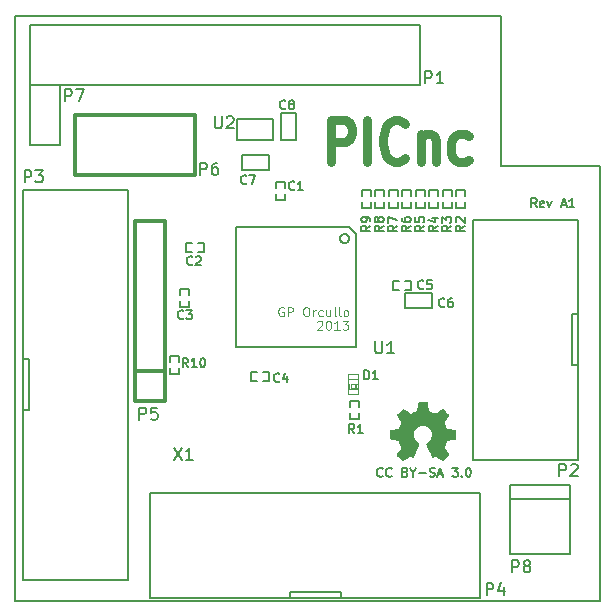
<source format=gto>
G04 (created by PCBNEW-RS274X (2012-apr-16-27)-stable) date Saturday 02,March,2013 04:06:52 PM SGT*
G01*
G70*
G90*
%MOIN*%
G04 Gerber Fmt 3.4, Leading zero omitted, Abs format*
%FSLAX34Y34*%
G04 APERTURE LIST*
%ADD10C,0.006000*%
%ADD11C,0.005000*%
%ADD12C,0.003000*%
%ADD13C,0.030000*%
%ADD14C,0.008000*%
%ADD15C,0.000100*%
%ADD16C,0.012000*%
%ADD17C,0.002600*%
%ADD18C,0.004000*%
G04 APERTURE END LIST*
G54D10*
G54D11*
X69550Y-46800D02*
X50050Y-46800D01*
X69550Y-32300D02*
X69550Y-46800D01*
X66250Y-32300D02*
X69550Y-32300D01*
X66250Y-27300D02*
X66250Y-32300D01*
X50050Y-27300D02*
X66250Y-27300D01*
X50050Y-46800D02*
X50050Y-27300D01*
X67424Y-33691D02*
X67324Y-33549D01*
X67252Y-33691D02*
X67252Y-33391D01*
X67367Y-33391D01*
X67395Y-33406D01*
X67410Y-33420D01*
X67424Y-33449D01*
X67424Y-33491D01*
X67410Y-33520D01*
X67395Y-33534D01*
X67367Y-33549D01*
X67252Y-33549D01*
X67667Y-33677D02*
X67638Y-33691D01*
X67581Y-33691D01*
X67552Y-33677D01*
X67538Y-33649D01*
X67538Y-33534D01*
X67552Y-33506D01*
X67581Y-33491D01*
X67638Y-33491D01*
X67667Y-33506D01*
X67681Y-33534D01*
X67681Y-33563D01*
X67538Y-33591D01*
X67781Y-33491D02*
X67852Y-33691D01*
X67924Y-33491D01*
X68253Y-33606D02*
X68396Y-33606D01*
X68225Y-33691D02*
X68325Y-33391D01*
X68425Y-33691D01*
X68682Y-33691D02*
X68510Y-33691D01*
X68596Y-33691D02*
X68596Y-33391D01*
X68567Y-33434D01*
X68539Y-33463D01*
X68510Y-33477D01*
G54D12*
X58987Y-37036D02*
X58958Y-37021D01*
X58915Y-37021D01*
X58872Y-37036D01*
X58844Y-37064D01*
X58829Y-37093D01*
X58815Y-37150D01*
X58815Y-37193D01*
X58829Y-37250D01*
X58844Y-37279D01*
X58872Y-37307D01*
X58915Y-37321D01*
X58944Y-37321D01*
X58987Y-37307D01*
X59001Y-37293D01*
X59001Y-37193D01*
X58944Y-37193D01*
X59129Y-37321D02*
X59129Y-37021D01*
X59244Y-37021D01*
X59272Y-37036D01*
X59287Y-37050D01*
X59301Y-37079D01*
X59301Y-37121D01*
X59287Y-37150D01*
X59272Y-37164D01*
X59244Y-37179D01*
X59129Y-37179D01*
X59716Y-37021D02*
X59773Y-37021D01*
X59801Y-37036D01*
X59830Y-37064D01*
X59844Y-37121D01*
X59844Y-37221D01*
X59830Y-37279D01*
X59801Y-37307D01*
X59773Y-37321D01*
X59716Y-37321D01*
X59687Y-37307D01*
X59658Y-37279D01*
X59644Y-37221D01*
X59644Y-37121D01*
X59658Y-37064D01*
X59687Y-37036D01*
X59716Y-37021D01*
X59972Y-37321D02*
X59972Y-37121D01*
X59972Y-37179D02*
X59987Y-37150D01*
X60001Y-37136D01*
X60030Y-37121D01*
X60058Y-37121D01*
X60287Y-37307D02*
X60258Y-37321D01*
X60201Y-37321D01*
X60173Y-37307D01*
X60158Y-37293D01*
X60144Y-37264D01*
X60144Y-37179D01*
X60158Y-37150D01*
X60173Y-37136D01*
X60201Y-37121D01*
X60258Y-37121D01*
X60287Y-37136D01*
X60544Y-37121D02*
X60544Y-37321D01*
X60415Y-37121D02*
X60415Y-37279D01*
X60430Y-37307D01*
X60458Y-37321D01*
X60501Y-37321D01*
X60530Y-37307D01*
X60544Y-37293D01*
X60729Y-37321D02*
X60701Y-37307D01*
X60686Y-37279D01*
X60686Y-37021D01*
X60886Y-37321D02*
X60858Y-37307D01*
X60843Y-37279D01*
X60843Y-37021D01*
X61043Y-37321D02*
X61015Y-37307D01*
X61000Y-37293D01*
X60986Y-37264D01*
X60986Y-37179D01*
X61000Y-37150D01*
X61015Y-37136D01*
X61043Y-37121D01*
X61086Y-37121D01*
X61115Y-37136D01*
X61129Y-37150D01*
X61143Y-37179D01*
X61143Y-37264D01*
X61129Y-37293D01*
X61115Y-37307D01*
X61086Y-37321D01*
X61043Y-37321D01*
X60113Y-37500D02*
X60127Y-37486D01*
X60156Y-37471D01*
X60227Y-37471D01*
X60256Y-37486D01*
X60270Y-37500D01*
X60285Y-37529D01*
X60285Y-37557D01*
X60270Y-37600D01*
X60099Y-37771D01*
X60285Y-37771D01*
X60471Y-37471D02*
X60499Y-37471D01*
X60528Y-37486D01*
X60542Y-37500D01*
X60556Y-37529D01*
X60571Y-37586D01*
X60571Y-37657D01*
X60556Y-37714D01*
X60542Y-37743D01*
X60528Y-37757D01*
X60499Y-37771D01*
X60471Y-37771D01*
X60442Y-37757D01*
X60428Y-37743D01*
X60413Y-37714D01*
X60399Y-37657D01*
X60399Y-37586D01*
X60413Y-37529D01*
X60428Y-37500D01*
X60442Y-37486D01*
X60471Y-37471D01*
X60857Y-37771D02*
X60685Y-37771D01*
X60771Y-37771D02*
X60771Y-37471D01*
X60742Y-37514D01*
X60714Y-37543D01*
X60685Y-37557D01*
X60957Y-37471D02*
X61143Y-37471D01*
X61043Y-37586D01*
X61085Y-37586D01*
X61114Y-37600D01*
X61128Y-37614D01*
X61143Y-37643D01*
X61143Y-37714D01*
X61128Y-37743D01*
X61114Y-37757D01*
X61085Y-37771D01*
X61000Y-37771D01*
X60971Y-37757D01*
X60957Y-37743D01*
G54D13*
X60583Y-32197D02*
X60583Y-30797D01*
X61040Y-30797D01*
X61154Y-30863D01*
X61211Y-30930D01*
X61268Y-31063D01*
X61268Y-31263D01*
X61211Y-31397D01*
X61154Y-31463D01*
X61040Y-31530D01*
X60583Y-31530D01*
X61783Y-32197D02*
X61783Y-30797D01*
X63039Y-32063D02*
X62982Y-32130D01*
X62811Y-32197D01*
X62697Y-32197D01*
X62525Y-32130D01*
X62411Y-31997D01*
X62354Y-31863D01*
X62297Y-31597D01*
X62297Y-31397D01*
X62354Y-31130D01*
X62411Y-30997D01*
X62525Y-30863D01*
X62697Y-30797D01*
X62811Y-30797D01*
X62982Y-30863D01*
X63039Y-30930D01*
X63554Y-31263D02*
X63554Y-32197D01*
X63554Y-31397D02*
X63611Y-31330D01*
X63725Y-31263D01*
X63897Y-31263D01*
X64011Y-31330D01*
X64068Y-31463D01*
X64068Y-32197D01*
X65154Y-32130D02*
X65040Y-32197D01*
X64811Y-32197D01*
X64697Y-32130D01*
X64640Y-32063D01*
X64583Y-31930D01*
X64583Y-31530D01*
X64640Y-31397D01*
X64697Y-31330D01*
X64811Y-31263D01*
X65040Y-31263D01*
X65154Y-31330D01*
G54D14*
X68550Y-43400D02*
X66550Y-43400D01*
X68550Y-42950D02*
X66550Y-42950D01*
X66550Y-42950D02*
X66550Y-45250D01*
X66550Y-45250D02*
X68550Y-45250D01*
X68550Y-45250D02*
X68550Y-42950D01*
G54D15*
G36*
X62971Y-42149D02*
X62983Y-42143D01*
X63008Y-42127D01*
X63045Y-42103D01*
X63088Y-42074D01*
X63132Y-42044D01*
X63167Y-42020D01*
X63192Y-42004D01*
X63203Y-41999D01*
X63208Y-42001D01*
X63229Y-42011D01*
X63259Y-42026D01*
X63276Y-42035D01*
X63304Y-42047D01*
X63317Y-42049D01*
X63320Y-42046D01*
X63330Y-42025D01*
X63345Y-41989D01*
X63366Y-41941D01*
X63390Y-41886D01*
X63415Y-41826D01*
X63441Y-41765D01*
X63465Y-41706D01*
X63486Y-41654D01*
X63503Y-41611D01*
X63515Y-41582D01*
X63519Y-41569D01*
X63518Y-41566D01*
X63504Y-41553D01*
X63480Y-41535D01*
X63428Y-41493D01*
X63377Y-41429D01*
X63346Y-41356D01*
X63335Y-41276D01*
X63344Y-41201D01*
X63374Y-41129D01*
X63424Y-41065D01*
X63484Y-41017D01*
X63555Y-40986D01*
X63635Y-40977D01*
X63711Y-40985D01*
X63784Y-41014D01*
X63849Y-41063D01*
X63876Y-41095D01*
X63914Y-41160D01*
X63935Y-41230D01*
X63938Y-41248D01*
X63934Y-41325D01*
X63912Y-41398D01*
X63871Y-41464D01*
X63815Y-41518D01*
X63808Y-41524D01*
X63781Y-41543D01*
X63764Y-41557D01*
X63750Y-41568D01*
X63848Y-41804D01*
X63864Y-41841D01*
X63891Y-41906D01*
X63914Y-41961D01*
X63933Y-42005D01*
X63946Y-42035D01*
X63952Y-42047D01*
X63953Y-42047D01*
X63961Y-42049D01*
X63979Y-42042D01*
X64012Y-42026D01*
X64034Y-42015D01*
X64059Y-42003D01*
X64070Y-41999D01*
X64080Y-42004D01*
X64104Y-42019D01*
X64139Y-42043D01*
X64181Y-42072D01*
X64221Y-42099D01*
X64258Y-42123D01*
X64285Y-42140D01*
X64298Y-42147D01*
X64300Y-42147D01*
X64312Y-42141D01*
X64333Y-42123D01*
X64365Y-42093D01*
X64411Y-42048D01*
X64418Y-42041D01*
X64455Y-42003D01*
X64485Y-41971D01*
X64506Y-41949D01*
X64513Y-41938D01*
X64513Y-41938D01*
X64506Y-41925D01*
X64489Y-41899D01*
X64465Y-41861D01*
X64435Y-41817D01*
X64357Y-41704D01*
X64400Y-41597D01*
X64413Y-41564D01*
X64430Y-41524D01*
X64442Y-41496D01*
X64448Y-41483D01*
X64460Y-41479D01*
X64489Y-41472D01*
X64532Y-41463D01*
X64583Y-41454D01*
X64631Y-41445D01*
X64674Y-41437D01*
X64706Y-41431D01*
X64720Y-41428D01*
X64724Y-41426D01*
X64726Y-41419D01*
X64728Y-41404D01*
X64729Y-41378D01*
X64730Y-41336D01*
X64730Y-41276D01*
X64730Y-41269D01*
X64729Y-41211D01*
X64728Y-41166D01*
X64727Y-41136D01*
X64725Y-41124D01*
X64725Y-41124D01*
X64711Y-41121D01*
X64680Y-41114D01*
X64637Y-41106D01*
X64585Y-41096D01*
X64581Y-41095D01*
X64530Y-41085D01*
X64486Y-41076D01*
X64456Y-41069D01*
X64443Y-41065D01*
X64440Y-41061D01*
X64430Y-41041D01*
X64415Y-41009D01*
X64398Y-40970D01*
X64381Y-40929D01*
X64366Y-40893D01*
X64356Y-40865D01*
X64353Y-40853D01*
X64354Y-40853D01*
X64361Y-40840D01*
X64379Y-40813D01*
X64404Y-40776D01*
X64435Y-40732D01*
X64437Y-40729D01*
X64467Y-40685D01*
X64491Y-40648D01*
X64507Y-40621D01*
X64513Y-40609D01*
X64513Y-40609D01*
X64503Y-40596D01*
X64481Y-40571D01*
X64449Y-40537D01*
X64410Y-40499D01*
X64398Y-40487D01*
X64356Y-40445D01*
X64326Y-40418D01*
X64308Y-40403D01*
X64299Y-40400D01*
X64298Y-40400D01*
X64285Y-40408D01*
X64258Y-40426D01*
X64220Y-40452D01*
X64176Y-40482D01*
X64173Y-40484D01*
X64129Y-40514D01*
X64092Y-40539D01*
X64066Y-40556D01*
X64055Y-40563D01*
X64053Y-40563D01*
X64035Y-40557D01*
X64004Y-40546D01*
X63966Y-40532D01*
X63925Y-40515D01*
X63889Y-40500D01*
X63861Y-40487D01*
X63848Y-40480D01*
X63848Y-40479D01*
X63843Y-40464D01*
X63835Y-40431D01*
X63826Y-40386D01*
X63816Y-40332D01*
X63814Y-40323D01*
X63804Y-40271D01*
X63796Y-40228D01*
X63790Y-40198D01*
X63787Y-40186D01*
X63779Y-40184D01*
X63754Y-40182D01*
X63715Y-40181D01*
X63668Y-40181D01*
X63619Y-40181D01*
X63570Y-40182D01*
X63529Y-40184D01*
X63499Y-40186D01*
X63487Y-40188D01*
X63487Y-40189D01*
X63482Y-40205D01*
X63475Y-40238D01*
X63466Y-40283D01*
X63455Y-40337D01*
X63453Y-40347D01*
X63444Y-40399D01*
X63435Y-40441D01*
X63429Y-40471D01*
X63425Y-40482D01*
X63421Y-40485D01*
X63399Y-40494D01*
X63364Y-40509D01*
X63321Y-40526D01*
X63221Y-40567D01*
X63098Y-40482D01*
X63086Y-40475D01*
X63042Y-40445D01*
X63006Y-40420D01*
X62981Y-40404D01*
X62970Y-40398D01*
X62969Y-40399D01*
X62957Y-40409D01*
X62933Y-40432D01*
X62899Y-40465D01*
X62861Y-40503D01*
X62832Y-40532D01*
X62798Y-40566D01*
X62777Y-40589D01*
X62765Y-40604D01*
X62761Y-40613D01*
X62762Y-40619D01*
X62770Y-40632D01*
X62788Y-40659D01*
X62813Y-40696D01*
X62843Y-40740D01*
X62868Y-40776D01*
X62894Y-40817D01*
X62912Y-40847D01*
X62918Y-40861D01*
X62916Y-40867D01*
X62908Y-40891D01*
X62893Y-40928D01*
X62875Y-40971D01*
X62832Y-41068D01*
X62768Y-41081D01*
X62729Y-41088D01*
X62675Y-41098D01*
X62624Y-41108D01*
X62543Y-41124D01*
X62540Y-41420D01*
X62552Y-41426D01*
X62564Y-41429D01*
X62594Y-41436D01*
X62637Y-41444D01*
X62687Y-41454D01*
X62730Y-41462D01*
X62774Y-41470D01*
X62805Y-41476D01*
X62819Y-41479D01*
X62822Y-41483D01*
X62833Y-41504D01*
X62848Y-41538D01*
X62865Y-41578D01*
X62883Y-41619D01*
X62898Y-41658D01*
X62909Y-41687D01*
X62913Y-41702D01*
X62907Y-41713D01*
X62890Y-41739D01*
X62866Y-41775D01*
X62837Y-41818D01*
X62808Y-41861D01*
X62783Y-41898D01*
X62766Y-41924D01*
X62758Y-41936D01*
X62762Y-41945D01*
X62779Y-41965D01*
X62812Y-41999D01*
X62860Y-42047D01*
X62868Y-42054D01*
X62906Y-42091D01*
X62939Y-42121D01*
X62961Y-42141D01*
X62971Y-42149D01*
X62971Y-42149D01*
G37*
G54D16*
X55050Y-40150D02*
X54050Y-40150D01*
X54050Y-40150D02*
X54050Y-34150D01*
X54050Y-34150D02*
X55050Y-34150D01*
X55050Y-34150D02*
X55050Y-40150D01*
X55050Y-39150D02*
X54050Y-39150D01*
G54D14*
X61168Y-34732D02*
X61165Y-34761D01*
X61156Y-34789D01*
X61142Y-34815D01*
X61124Y-34837D01*
X61101Y-34856D01*
X61076Y-34870D01*
X61048Y-34878D01*
X61019Y-34881D01*
X60990Y-34879D01*
X60962Y-34871D01*
X60936Y-34857D01*
X60914Y-34839D01*
X60895Y-34816D01*
X60881Y-34791D01*
X60872Y-34763D01*
X60869Y-34734D01*
X60871Y-34705D01*
X60879Y-34677D01*
X60892Y-34651D01*
X60911Y-34628D01*
X60933Y-34609D01*
X60958Y-34595D01*
X60986Y-34586D01*
X61015Y-34583D01*
X61044Y-34585D01*
X61072Y-34593D01*
X61098Y-34606D01*
X61121Y-34624D01*
X61140Y-34646D01*
X61155Y-34671D01*
X61164Y-34699D01*
X61167Y-34728D01*
X61168Y-34732D01*
X57418Y-38332D02*
X61418Y-38332D01*
X61418Y-38332D02*
X61418Y-34582D01*
X61418Y-34582D02*
X61168Y-34332D01*
X61168Y-34332D02*
X57418Y-34332D01*
X57418Y-34332D02*
X57418Y-38332D01*
X50550Y-29600D02*
X63550Y-29600D01*
X63550Y-27600D02*
X50550Y-27600D01*
X50550Y-27600D02*
X50550Y-29600D01*
X63550Y-29600D02*
X63550Y-27600D01*
G54D11*
X57450Y-31450D02*
X57450Y-30750D01*
X57450Y-30750D02*
X58650Y-30750D01*
X58650Y-30750D02*
X58650Y-31450D01*
X58650Y-31450D02*
X57450Y-31450D01*
X58500Y-32450D02*
X57600Y-32450D01*
X57600Y-32450D02*
X57600Y-31950D01*
X57600Y-31950D02*
X58500Y-31950D01*
X58500Y-31950D02*
X58500Y-32450D01*
X59400Y-30550D02*
X59400Y-31450D01*
X59400Y-31450D02*
X58900Y-31450D01*
X58900Y-31450D02*
X58900Y-30550D01*
X58900Y-30550D02*
X59400Y-30550D01*
X58740Y-33260D02*
X58740Y-33460D01*
X58740Y-33460D02*
X59040Y-33460D01*
X59040Y-33460D02*
X59040Y-33260D01*
X58740Y-33060D02*
X58740Y-32860D01*
X58740Y-32860D02*
X59040Y-32860D01*
X59040Y-32860D02*
X59040Y-33060D01*
X55500Y-38850D02*
X55500Y-38650D01*
X55500Y-38650D02*
X55200Y-38650D01*
X55200Y-38650D02*
X55200Y-38850D01*
X55500Y-39050D02*
X55500Y-39250D01*
X55500Y-39250D02*
X55200Y-39250D01*
X55200Y-39250D02*
X55200Y-39050D01*
X61600Y-33500D02*
X61600Y-33700D01*
X61600Y-33700D02*
X61900Y-33700D01*
X61900Y-33700D02*
X61900Y-33500D01*
X61600Y-33300D02*
X61600Y-33100D01*
X61600Y-33100D02*
X61900Y-33100D01*
X61900Y-33100D02*
X61900Y-33300D01*
X62050Y-33500D02*
X62050Y-33700D01*
X62050Y-33700D02*
X62350Y-33700D01*
X62350Y-33700D02*
X62350Y-33500D01*
X62050Y-33300D02*
X62050Y-33100D01*
X62050Y-33100D02*
X62350Y-33100D01*
X62350Y-33100D02*
X62350Y-33300D01*
X62500Y-33500D02*
X62500Y-33700D01*
X62500Y-33700D02*
X62800Y-33700D01*
X62800Y-33700D02*
X62800Y-33500D01*
X62500Y-33300D02*
X62500Y-33100D01*
X62500Y-33100D02*
X62800Y-33100D01*
X62800Y-33100D02*
X62800Y-33300D01*
X62950Y-33500D02*
X62950Y-33700D01*
X62950Y-33700D02*
X63250Y-33700D01*
X63250Y-33700D02*
X63250Y-33500D01*
X62950Y-33300D02*
X62950Y-33100D01*
X62950Y-33100D02*
X63250Y-33100D01*
X63250Y-33100D02*
X63250Y-33300D01*
X63400Y-33500D02*
X63400Y-33700D01*
X63400Y-33700D02*
X63700Y-33700D01*
X63700Y-33700D02*
X63700Y-33500D01*
X63400Y-33300D02*
X63400Y-33100D01*
X63400Y-33100D02*
X63700Y-33100D01*
X63700Y-33100D02*
X63700Y-33300D01*
X63850Y-33500D02*
X63850Y-33700D01*
X63850Y-33700D02*
X64150Y-33700D01*
X64150Y-33700D02*
X64150Y-33500D01*
X63850Y-33300D02*
X63850Y-33100D01*
X63850Y-33100D02*
X64150Y-33100D01*
X64150Y-33100D02*
X64150Y-33300D01*
X64300Y-33500D02*
X64300Y-33700D01*
X64300Y-33700D02*
X64600Y-33700D01*
X64600Y-33700D02*
X64600Y-33500D01*
X64300Y-33300D02*
X64300Y-33100D01*
X64300Y-33100D02*
X64600Y-33100D01*
X64600Y-33100D02*
X64600Y-33300D01*
X64750Y-33500D02*
X64750Y-33700D01*
X64750Y-33700D02*
X65050Y-33700D01*
X65050Y-33700D02*
X65050Y-33500D01*
X64750Y-33300D02*
X64750Y-33100D01*
X64750Y-33100D02*
X65050Y-33100D01*
X65050Y-33100D02*
X65050Y-33300D01*
X61190Y-40560D02*
X61190Y-40760D01*
X61190Y-40760D02*
X61490Y-40760D01*
X61490Y-40760D02*
X61490Y-40560D01*
X61190Y-40360D02*
X61190Y-40160D01*
X61190Y-40160D02*
X61490Y-40160D01*
X61490Y-40160D02*
X61490Y-40360D01*
X62850Y-36150D02*
X62650Y-36150D01*
X62650Y-36150D02*
X62650Y-36450D01*
X62650Y-36450D02*
X62850Y-36450D01*
X63050Y-36150D02*
X63250Y-36150D01*
X63250Y-36150D02*
X63250Y-36450D01*
X63250Y-36450D02*
X63050Y-36450D01*
X58290Y-39480D02*
X58490Y-39480D01*
X58490Y-39480D02*
X58490Y-39180D01*
X58490Y-39180D02*
X58290Y-39180D01*
X58090Y-39480D02*
X57890Y-39480D01*
X57890Y-39480D02*
X57890Y-39180D01*
X57890Y-39180D02*
X58090Y-39180D01*
X55550Y-36800D02*
X55550Y-37000D01*
X55550Y-37000D02*
X55850Y-37000D01*
X55850Y-37000D02*
X55850Y-36800D01*
X55550Y-36600D02*
X55550Y-36400D01*
X55550Y-36400D02*
X55850Y-36400D01*
X55850Y-36400D02*
X55850Y-36600D01*
X56120Y-35170D02*
X56320Y-35170D01*
X56320Y-35170D02*
X56320Y-34870D01*
X56320Y-34870D02*
X56120Y-34870D01*
X55920Y-35170D02*
X55720Y-35170D01*
X55720Y-35170D02*
X55720Y-34870D01*
X55720Y-34870D02*
X55920Y-34870D01*
G54D17*
X61477Y-39757D02*
X61123Y-39757D01*
X61123Y-39757D02*
X61123Y-39914D01*
X61477Y-39914D02*
X61123Y-39914D01*
X61477Y-39757D02*
X61477Y-39914D01*
X61477Y-39246D02*
X61123Y-39246D01*
X61123Y-39246D02*
X61123Y-39403D01*
X61477Y-39403D02*
X61123Y-39403D01*
X61477Y-39246D02*
X61477Y-39403D01*
X61477Y-39580D02*
X61418Y-39580D01*
X61418Y-39580D02*
X61418Y-39698D01*
X61477Y-39698D02*
X61418Y-39698D01*
X61477Y-39580D02*
X61477Y-39698D01*
X61182Y-39580D02*
X61123Y-39580D01*
X61123Y-39580D02*
X61123Y-39698D01*
X61182Y-39698D02*
X61123Y-39698D01*
X61182Y-39580D02*
X61182Y-39698D01*
X61359Y-39580D02*
X61241Y-39580D01*
X61241Y-39580D02*
X61241Y-39698D01*
X61359Y-39698D02*
X61241Y-39698D01*
X61359Y-39580D02*
X61359Y-39698D01*
G54D18*
X61457Y-39757D02*
X61457Y-39403D01*
X61143Y-39757D02*
X61143Y-39403D01*
G54D14*
X50500Y-38750D02*
X50300Y-38750D01*
X50500Y-40450D02*
X50300Y-40450D01*
X50500Y-40450D02*
X50500Y-38750D01*
X53800Y-33100D02*
X50300Y-33100D01*
X53800Y-46100D02*
X50300Y-46100D01*
X50300Y-33100D02*
X50300Y-46100D01*
X53800Y-46100D02*
X53800Y-33100D01*
X68800Y-34100D02*
X68800Y-42100D01*
X65300Y-42100D02*
X65300Y-34100D01*
X68600Y-38950D02*
X68800Y-38950D01*
X68600Y-37250D02*
X68800Y-37250D01*
X68600Y-37250D02*
X68600Y-38950D01*
X65300Y-42100D02*
X68800Y-42100D01*
X65300Y-34100D02*
X68800Y-34100D01*
G54D11*
X63050Y-36550D02*
X63950Y-36550D01*
X63950Y-36550D02*
X63950Y-37050D01*
X63950Y-37050D02*
X63050Y-37050D01*
X63050Y-37050D02*
X63050Y-36550D01*
G54D14*
X65550Y-46700D02*
X54550Y-46700D01*
X54550Y-43200D02*
X65550Y-43200D01*
X59200Y-46500D02*
X59200Y-46700D01*
X60900Y-46500D02*
X60900Y-46700D01*
X60900Y-46500D02*
X59200Y-46500D01*
X54550Y-43200D02*
X54550Y-46700D01*
X65550Y-43200D02*
X65550Y-46700D01*
G54D16*
X52050Y-30600D02*
X56050Y-30600D01*
X56050Y-30600D02*
X56050Y-32600D01*
X56050Y-32600D02*
X52050Y-32600D01*
X52050Y-32600D02*
X52050Y-30600D01*
G54D10*
X51550Y-31600D02*
X50550Y-31600D01*
X50550Y-31600D02*
X50550Y-29600D01*
X50550Y-29600D02*
X51550Y-29600D01*
X51550Y-29600D02*
X51550Y-31600D01*
G54D14*
X66605Y-45862D02*
X66605Y-45462D01*
X66758Y-45462D01*
X66796Y-45481D01*
X66815Y-45500D01*
X66834Y-45538D01*
X66834Y-45595D01*
X66815Y-45633D01*
X66796Y-45652D01*
X66758Y-45671D01*
X66605Y-45671D01*
X67062Y-45633D02*
X67024Y-45614D01*
X67005Y-45595D01*
X66986Y-45557D01*
X66986Y-45538D01*
X67005Y-45500D01*
X67024Y-45481D01*
X67062Y-45462D01*
X67139Y-45462D01*
X67177Y-45481D01*
X67196Y-45500D01*
X67215Y-45538D01*
X67215Y-45557D01*
X67196Y-45595D01*
X67177Y-45614D01*
X67139Y-45633D01*
X67062Y-45633D01*
X67024Y-45652D01*
X67005Y-45671D01*
X66986Y-45710D01*
X66986Y-45786D01*
X67005Y-45824D01*
X67024Y-45843D01*
X67062Y-45862D01*
X67139Y-45862D01*
X67177Y-45843D01*
X67196Y-45824D01*
X67215Y-45786D01*
X67215Y-45710D01*
X67196Y-45671D01*
X67177Y-45652D01*
X67139Y-45633D01*
G54D11*
X62286Y-42648D02*
X62272Y-42662D01*
X62229Y-42676D01*
X62200Y-42676D01*
X62157Y-42662D01*
X62129Y-42634D01*
X62114Y-42605D01*
X62100Y-42548D01*
X62100Y-42505D01*
X62114Y-42448D01*
X62129Y-42419D01*
X62157Y-42391D01*
X62200Y-42376D01*
X62229Y-42376D01*
X62272Y-42391D01*
X62286Y-42405D01*
X62586Y-42648D02*
X62572Y-42662D01*
X62529Y-42676D01*
X62500Y-42676D01*
X62457Y-42662D01*
X62429Y-42634D01*
X62414Y-42605D01*
X62400Y-42548D01*
X62400Y-42505D01*
X62414Y-42448D01*
X62429Y-42419D01*
X62457Y-42391D01*
X62500Y-42376D01*
X62529Y-42376D01*
X62572Y-42391D01*
X62586Y-42405D01*
X63043Y-42519D02*
X63086Y-42534D01*
X63101Y-42548D01*
X63115Y-42576D01*
X63115Y-42619D01*
X63101Y-42648D01*
X63086Y-42662D01*
X63058Y-42676D01*
X62943Y-42676D01*
X62943Y-42376D01*
X63043Y-42376D01*
X63072Y-42391D01*
X63086Y-42405D01*
X63101Y-42434D01*
X63101Y-42462D01*
X63086Y-42491D01*
X63072Y-42505D01*
X63043Y-42519D01*
X62943Y-42519D01*
X63301Y-42534D02*
X63301Y-42676D01*
X63201Y-42376D02*
X63301Y-42534D01*
X63401Y-42376D01*
X63500Y-42562D02*
X63729Y-42562D01*
X63857Y-42662D02*
X63900Y-42676D01*
X63971Y-42676D01*
X64000Y-42662D01*
X64014Y-42648D01*
X64029Y-42619D01*
X64029Y-42591D01*
X64014Y-42562D01*
X64000Y-42548D01*
X63971Y-42534D01*
X63914Y-42519D01*
X63886Y-42505D01*
X63871Y-42491D01*
X63857Y-42462D01*
X63857Y-42434D01*
X63871Y-42405D01*
X63886Y-42391D01*
X63914Y-42376D01*
X63986Y-42376D01*
X64029Y-42391D01*
X64143Y-42591D02*
X64286Y-42591D01*
X64115Y-42676D02*
X64215Y-42376D01*
X64315Y-42676D01*
X64615Y-42376D02*
X64801Y-42376D01*
X64701Y-42491D01*
X64743Y-42491D01*
X64772Y-42505D01*
X64786Y-42519D01*
X64801Y-42548D01*
X64801Y-42619D01*
X64786Y-42648D01*
X64772Y-42662D01*
X64743Y-42676D01*
X64658Y-42676D01*
X64629Y-42662D01*
X64615Y-42648D01*
X64929Y-42648D02*
X64944Y-42662D01*
X64929Y-42676D01*
X64915Y-42662D01*
X64929Y-42648D01*
X64929Y-42676D01*
X65130Y-42376D02*
X65158Y-42376D01*
X65187Y-42391D01*
X65201Y-42405D01*
X65215Y-42434D01*
X65230Y-42491D01*
X65230Y-42562D01*
X65215Y-42619D01*
X65201Y-42648D01*
X65187Y-42662D01*
X65158Y-42676D01*
X65130Y-42676D01*
X65101Y-42662D01*
X65087Y-42648D01*
X65072Y-42619D01*
X65058Y-42562D01*
X65058Y-42491D01*
X65072Y-42434D01*
X65087Y-42405D01*
X65101Y-42391D01*
X65130Y-42376D01*
G54D14*
X54185Y-40772D02*
X54185Y-40372D01*
X54338Y-40372D01*
X54376Y-40391D01*
X54395Y-40410D01*
X54414Y-40448D01*
X54414Y-40505D01*
X54395Y-40543D01*
X54376Y-40562D01*
X54338Y-40581D01*
X54185Y-40581D01*
X54776Y-40372D02*
X54585Y-40372D01*
X54566Y-40562D01*
X54585Y-40543D01*
X54623Y-40524D01*
X54719Y-40524D01*
X54757Y-40543D01*
X54776Y-40562D01*
X54795Y-40600D01*
X54795Y-40696D01*
X54776Y-40734D01*
X54757Y-40753D01*
X54719Y-40772D01*
X54623Y-40772D01*
X54585Y-40753D01*
X54566Y-40734D01*
X62045Y-38162D02*
X62045Y-38486D01*
X62064Y-38524D01*
X62083Y-38543D01*
X62121Y-38562D01*
X62198Y-38562D01*
X62236Y-38543D01*
X62255Y-38524D01*
X62274Y-38486D01*
X62274Y-38162D01*
X62674Y-38562D02*
X62445Y-38562D01*
X62559Y-38562D02*
X62559Y-38162D01*
X62521Y-38219D01*
X62483Y-38257D01*
X62445Y-38276D01*
X63705Y-29562D02*
X63705Y-29162D01*
X63858Y-29162D01*
X63896Y-29181D01*
X63915Y-29200D01*
X63934Y-29238D01*
X63934Y-29295D01*
X63915Y-29333D01*
X63896Y-29352D01*
X63858Y-29371D01*
X63705Y-29371D01*
X64315Y-29562D02*
X64086Y-29562D01*
X64200Y-29562D02*
X64200Y-29162D01*
X64162Y-29219D01*
X64124Y-29257D01*
X64086Y-29276D01*
X56695Y-30662D02*
X56695Y-30986D01*
X56714Y-31024D01*
X56733Y-31043D01*
X56771Y-31062D01*
X56848Y-31062D01*
X56886Y-31043D01*
X56905Y-31024D01*
X56924Y-30986D01*
X56924Y-30662D01*
X57095Y-30700D02*
X57114Y-30681D01*
X57152Y-30662D01*
X57248Y-30662D01*
X57286Y-30681D01*
X57305Y-30700D01*
X57324Y-30738D01*
X57324Y-30776D01*
X57305Y-30833D01*
X57076Y-31062D01*
X57324Y-31062D01*
G54D11*
X57750Y-32893D02*
X57736Y-32907D01*
X57693Y-32921D01*
X57664Y-32921D01*
X57621Y-32907D01*
X57593Y-32879D01*
X57578Y-32850D01*
X57564Y-32793D01*
X57564Y-32750D01*
X57578Y-32693D01*
X57593Y-32664D01*
X57621Y-32636D01*
X57664Y-32621D01*
X57693Y-32621D01*
X57736Y-32636D01*
X57750Y-32650D01*
X57850Y-32621D02*
X58050Y-32621D01*
X57921Y-32921D01*
X59050Y-30393D02*
X59036Y-30407D01*
X58993Y-30421D01*
X58964Y-30421D01*
X58921Y-30407D01*
X58893Y-30379D01*
X58878Y-30350D01*
X58864Y-30293D01*
X58864Y-30250D01*
X58878Y-30193D01*
X58893Y-30164D01*
X58921Y-30136D01*
X58964Y-30121D01*
X58993Y-30121D01*
X59036Y-30136D01*
X59050Y-30150D01*
X59221Y-30250D02*
X59193Y-30236D01*
X59178Y-30221D01*
X59164Y-30193D01*
X59164Y-30179D01*
X59178Y-30150D01*
X59193Y-30136D01*
X59221Y-30121D01*
X59278Y-30121D01*
X59307Y-30136D01*
X59321Y-30150D01*
X59336Y-30179D01*
X59336Y-30193D01*
X59321Y-30221D01*
X59307Y-30236D01*
X59278Y-30250D01*
X59221Y-30250D01*
X59193Y-30264D01*
X59178Y-30279D01*
X59164Y-30307D01*
X59164Y-30364D01*
X59178Y-30393D01*
X59193Y-30407D01*
X59221Y-30421D01*
X59278Y-30421D01*
X59307Y-30407D01*
X59321Y-30393D01*
X59336Y-30364D01*
X59336Y-30307D01*
X59321Y-30279D01*
X59307Y-30264D01*
X59278Y-30250D01*
X59350Y-33093D02*
X59336Y-33107D01*
X59293Y-33121D01*
X59264Y-33121D01*
X59221Y-33107D01*
X59193Y-33079D01*
X59178Y-33050D01*
X59164Y-32993D01*
X59164Y-32950D01*
X59178Y-32893D01*
X59193Y-32864D01*
X59221Y-32836D01*
X59264Y-32821D01*
X59293Y-32821D01*
X59336Y-32836D01*
X59350Y-32850D01*
X59636Y-33121D02*
X59464Y-33121D01*
X59550Y-33121D02*
X59550Y-32821D01*
X59521Y-32864D01*
X59493Y-32893D01*
X59464Y-32907D01*
X55807Y-39021D02*
X55707Y-38879D01*
X55635Y-39021D02*
X55635Y-38721D01*
X55750Y-38721D01*
X55778Y-38736D01*
X55793Y-38750D01*
X55807Y-38779D01*
X55807Y-38821D01*
X55793Y-38850D01*
X55778Y-38864D01*
X55750Y-38879D01*
X55635Y-38879D01*
X56093Y-39021D02*
X55921Y-39021D01*
X56007Y-39021D02*
X56007Y-38721D01*
X55978Y-38764D01*
X55950Y-38793D01*
X55921Y-38807D01*
X56279Y-38721D02*
X56307Y-38721D01*
X56336Y-38736D01*
X56350Y-38750D01*
X56364Y-38779D01*
X56379Y-38836D01*
X56379Y-38907D01*
X56364Y-38964D01*
X56350Y-38993D01*
X56336Y-39007D01*
X56307Y-39021D01*
X56279Y-39021D01*
X56250Y-39007D01*
X56236Y-38993D01*
X56221Y-38964D01*
X56207Y-38907D01*
X56207Y-38836D01*
X56221Y-38779D01*
X56236Y-38750D01*
X56250Y-38736D01*
X56279Y-38721D01*
X61871Y-34300D02*
X61729Y-34400D01*
X61871Y-34472D02*
X61571Y-34472D01*
X61571Y-34357D01*
X61586Y-34329D01*
X61600Y-34314D01*
X61629Y-34300D01*
X61671Y-34300D01*
X61700Y-34314D01*
X61714Y-34329D01*
X61729Y-34357D01*
X61729Y-34472D01*
X61871Y-34157D02*
X61871Y-34100D01*
X61857Y-34072D01*
X61843Y-34057D01*
X61800Y-34029D01*
X61743Y-34014D01*
X61629Y-34014D01*
X61600Y-34029D01*
X61586Y-34043D01*
X61571Y-34072D01*
X61571Y-34129D01*
X61586Y-34157D01*
X61600Y-34172D01*
X61629Y-34186D01*
X61700Y-34186D01*
X61729Y-34172D01*
X61743Y-34157D01*
X61757Y-34129D01*
X61757Y-34072D01*
X61743Y-34043D01*
X61729Y-34029D01*
X61700Y-34014D01*
X62321Y-34300D02*
X62179Y-34400D01*
X62321Y-34472D02*
X62021Y-34472D01*
X62021Y-34357D01*
X62036Y-34329D01*
X62050Y-34314D01*
X62079Y-34300D01*
X62121Y-34300D01*
X62150Y-34314D01*
X62164Y-34329D01*
X62179Y-34357D01*
X62179Y-34472D01*
X62150Y-34129D02*
X62136Y-34157D01*
X62121Y-34172D01*
X62093Y-34186D01*
X62079Y-34186D01*
X62050Y-34172D01*
X62036Y-34157D01*
X62021Y-34129D01*
X62021Y-34072D01*
X62036Y-34043D01*
X62050Y-34029D01*
X62079Y-34014D01*
X62093Y-34014D01*
X62121Y-34029D01*
X62136Y-34043D01*
X62150Y-34072D01*
X62150Y-34129D01*
X62164Y-34157D01*
X62179Y-34172D01*
X62207Y-34186D01*
X62264Y-34186D01*
X62293Y-34172D01*
X62307Y-34157D01*
X62321Y-34129D01*
X62321Y-34072D01*
X62307Y-34043D01*
X62293Y-34029D01*
X62264Y-34014D01*
X62207Y-34014D01*
X62179Y-34029D01*
X62164Y-34043D01*
X62150Y-34072D01*
X62771Y-34300D02*
X62629Y-34400D01*
X62771Y-34472D02*
X62471Y-34472D01*
X62471Y-34357D01*
X62486Y-34329D01*
X62500Y-34314D01*
X62529Y-34300D01*
X62571Y-34300D01*
X62600Y-34314D01*
X62614Y-34329D01*
X62629Y-34357D01*
X62629Y-34472D01*
X62471Y-34200D02*
X62471Y-34000D01*
X62771Y-34129D01*
X63221Y-34300D02*
X63079Y-34400D01*
X63221Y-34472D02*
X62921Y-34472D01*
X62921Y-34357D01*
X62936Y-34329D01*
X62950Y-34314D01*
X62979Y-34300D01*
X63021Y-34300D01*
X63050Y-34314D01*
X63064Y-34329D01*
X63079Y-34357D01*
X63079Y-34472D01*
X62921Y-34043D02*
X62921Y-34100D01*
X62936Y-34129D01*
X62950Y-34143D01*
X62993Y-34172D01*
X63050Y-34186D01*
X63164Y-34186D01*
X63193Y-34172D01*
X63207Y-34157D01*
X63221Y-34129D01*
X63221Y-34072D01*
X63207Y-34043D01*
X63193Y-34029D01*
X63164Y-34014D01*
X63093Y-34014D01*
X63064Y-34029D01*
X63050Y-34043D01*
X63036Y-34072D01*
X63036Y-34129D01*
X63050Y-34157D01*
X63064Y-34172D01*
X63093Y-34186D01*
X63671Y-34300D02*
X63529Y-34400D01*
X63671Y-34472D02*
X63371Y-34472D01*
X63371Y-34357D01*
X63386Y-34329D01*
X63400Y-34314D01*
X63429Y-34300D01*
X63471Y-34300D01*
X63500Y-34314D01*
X63514Y-34329D01*
X63529Y-34357D01*
X63529Y-34472D01*
X63371Y-34029D02*
X63371Y-34172D01*
X63514Y-34186D01*
X63500Y-34172D01*
X63486Y-34143D01*
X63486Y-34072D01*
X63500Y-34043D01*
X63514Y-34029D01*
X63543Y-34014D01*
X63614Y-34014D01*
X63643Y-34029D01*
X63657Y-34043D01*
X63671Y-34072D01*
X63671Y-34143D01*
X63657Y-34172D01*
X63643Y-34186D01*
X64121Y-34300D02*
X63979Y-34400D01*
X64121Y-34472D02*
X63821Y-34472D01*
X63821Y-34357D01*
X63836Y-34329D01*
X63850Y-34314D01*
X63879Y-34300D01*
X63921Y-34300D01*
X63950Y-34314D01*
X63964Y-34329D01*
X63979Y-34357D01*
X63979Y-34472D01*
X63921Y-34043D02*
X64121Y-34043D01*
X63807Y-34114D02*
X64021Y-34186D01*
X64021Y-34000D01*
X64571Y-34300D02*
X64429Y-34400D01*
X64571Y-34472D02*
X64271Y-34472D01*
X64271Y-34357D01*
X64286Y-34329D01*
X64300Y-34314D01*
X64329Y-34300D01*
X64371Y-34300D01*
X64400Y-34314D01*
X64414Y-34329D01*
X64429Y-34357D01*
X64429Y-34472D01*
X64271Y-34200D02*
X64271Y-34014D01*
X64386Y-34114D01*
X64386Y-34072D01*
X64400Y-34043D01*
X64414Y-34029D01*
X64443Y-34014D01*
X64514Y-34014D01*
X64543Y-34029D01*
X64557Y-34043D01*
X64571Y-34072D01*
X64571Y-34157D01*
X64557Y-34186D01*
X64543Y-34200D01*
X65021Y-34300D02*
X64879Y-34400D01*
X65021Y-34472D02*
X64721Y-34472D01*
X64721Y-34357D01*
X64736Y-34329D01*
X64750Y-34314D01*
X64779Y-34300D01*
X64821Y-34300D01*
X64850Y-34314D01*
X64864Y-34329D01*
X64879Y-34357D01*
X64879Y-34472D01*
X64750Y-34186D02*
X64736Y-34172D01*
X64721Y-34143D01*
X64721Y-34072D01*
X64736Y-34043D01*
X64750Y-34029D01*
X64779Y-34014D01*
X64807Y-34014D01*
X64850Y-34029D01*
X65021Y-34200D01*
X65021Y-34014D01*
X61350Y-41221D02*
X61250Y-41079D01*
X61178Y-41221D02*
X61178Y-40921D01*
X61293Y-40921D01*
X61321Y-40936D01*
X61336Y-40950D01*
X61350Y-40979D01*
X61350Y-41021D01*
X61336Y-41050D01*
X61321Y-41064D01*
X61293Y-41079D01*
X61178Y-41079D01*
X61636Y-41221D02*
X61464Y-41221D01*
X61550Y-41221D02*
X61550Y-40921D01*
X61521Y-40964D01*
X61493Y-40993D01*
X61464Y-41007D01*
X63650Y-36393D02*
X63636Y-36407D01*
X63593Y-36421D01*
X63564Y-36421D01*
X63521Y-36407D01*
X63493Y-36379D01*
X63478Y-36350D01*
X63464Y-36293D01*
X63464Y-36250D01*
X63478Y-36193D01*
X63493Y-36164D01*
X63521Y-36136D01*
X63564Y-36121D01*
X63593Y-36121D01*
X63636Y-36136D01*
X63650Y-36150D01*
X63921Y-36121D02*
X63778Y-36121D01*
X63764Y-36264D01*
X63778Y-36250D01*
X63807Y-36236D01*
X63878Y-36236D01*
X63907Y-36250D01*
X63921Y-36264D01*
X63936Y-36293D01*
X63936Y-36364D01*
X63921Y-36393D01*
X63907Y-36407D01*
X63878Y-36421D01*
X63807Y-36421D01*
X63778Y-36407D01*
X63764Y-36393D01*
X58850Y-39493D02*
X58836Y-39507D01*
X58793Y-39521D01*
X58764Y-39521D01*
X58721Y-39507D01*
X58693Y-39479D01*
X58678Y-39450D01*
X58664Y-39393D01*
X58664Y-39350D01*
X58678Y-39293D01*
X58693Y-39264D01*
X58721Y-39236D01*
X58764Y-39221D01*
X58793Y-39221D01*
X58836Y-39236D01*
X58850Y-39250D01*
X59107Y-39321D02*
X59107Y-39521D01*
X59036Y-39207D02*
X58964Y-39421D01*
X59150Y-39421D01*
X55650Y-37393D02*
X55636Y-37407D01*
X55593Y-37421D01*
X55564Y-37421D01*
X55521Y-37407D01*
X55493Y-37379D01*
X55478Y-37350D01*
X55464Y-37293D01*
X55464Y-37250D01*
X55478Y-37193D01*
X55493Y-37164D01*
X55521Y-37136D01*
X55564Y-37121D01*
X55593Y-37121D01*
X55636Y-37136D01*
X55650Y-37150D01*
X55750Y-37121D02*
X55936Y-37121D01*
X55836Y-37236D01*
X55878Y-37236D01*
X55907Y-37250D01*
X55921Y-37264D01*
X55936Y-37293D01*
X55936Y-37364D01*
X55921Y-37393D01*
X55907Y-37407D01*
X55878Y-37421D01*
X55793Y-37421D01*
X55764Y-37407D01*
X55750Y-37393D01*
X55950Y-35593D02*
X55936Y-35607D01*
X55893Y-35621D01*
X55864Y-35621D01*
X55821Y-35607D01*
X55793Y-35579D01*
X55778Y-35550D01*
X55764Y-35493D01*
X55764Y-35450D01*
X55778Y-35393D01*
X55793Y-35364D01*
X55821Y-35336D01*
X55864Y-35321D01*
X55893Y-35321D01*
X55936Y-35336D01*
X55950Y-35350D01*
X56064Y-35350D02*
X56078Y-35336D01*
X56107Y-35321D01*
X56178Y-35321D01*
X56207Y-35336D01*
X56221Y-35350D01*
X56236Y-35379D01*
X56236Y-35407D01*
X56221Y-35450D01*
X56050Y-35621D01*
X56236Y-35621D01*
G54D14*
X55326Y-41712D02*
X55593Y-42112D01*
X55593Y-41712D02*
X55326Y-42112D01*
X55955Y-42112D02*
X55726Y-42112D01*
X55840Y-42112D02*
X55840Y-41712D01*
X55802Y-41769D01*
X55764Y-41807D01*
X55726Y-41826D01*
G54D11*
X61678Y-39421D02*
X61678Y-39121D01*
X61750Y-39121D01*
X61793Y-39136D01*
X61821Y-39164D01*
X61836Y-39193D01*
X61850Y-39250D01*
X61850Y-39293D01*
X61836Y-39350D01*
X61821Y-39379D01*
X61793Y-39407D01*
X61750Y-39421D01*
X61678Y-39421D01*
X62136Y-39421D02*
X61964Y-39421D01*
X62050Y-39421D02*
X62050Y-39121D01*
X62021Y-39164D01*
X61993Y-39193D01*
X61964Y-39207D01*
G54D14*
X50355Y-32862D02*
X50355Y-32462D01*
X50508Y-32462D01*
X50546Y-32481D01*
X50565Y-32500D01*
X50584Y-32538D01*
X50584Y-32595D01*
X50565Y-32633D01*
X50546Y-32652D01*
X50508Y-32671D01*
X50355Y-32671D01*
X50717Y-32462D02*
X50965Y-32462D01*
X50831Y-32614D01*
X50889Y-32614D01*
X50927Y-32633D01*
X50946Y-32652D01*
X50965Y-32690D01*
X50965Y-32786D01*
X50946Y-32824D01*
X50927Y-32843D01*
X50889Y-32862D01*
X50774Y-32862D01*
X50736Y-32843D01*
X50717Y-32824D01*
X68185Y-42652D02*
X68185Y-42252D01*
X68338Y-42252D01*
X68376Y-42271D01*
X68395Y-42290D01*
X68414Y-42328D01*
X68414Y-42385D01*
X68395Y-42423D01*
X68376Y-42442D01*
X68338Y-42461D01*
X68185Y-42461D01*
X68566Y-42290D02*
X68585Y-42271D01*
X68623Y-42252D01*
X68719Y-42252D01*
X68757Y-42271D01*
X68776Y-42290D01*
X68795Y-42328D01*
X68795Y-42366D01*
X68776Y-42423D01*
X68547Y-42652D01*
X68795Y-42652D01*
G54D11*
X64350Y-36993D02*
X64336Y-37007D01*
X64293Y-37021D01*
X64264Y-37021D01*
X64221Y-37007D01*
X64193Y-36979D01*
X64178Y-36950D01*
X64164Y-36893D01*
X64164Y-36850D01*
X64178Y-36793D01*
X64193Y-36764D01*
X64221Y-36736D01*
X64264Y-36721D01*
X64293Y-36721D01*
X64336Y-36736D01*
X64350Y-36750D01*
X64607Y-36721D02*
X64550Y-36721D01*
X64521Y-36736D01*
X64507Y-36750D01*
X64478Y-36793D01*
X64464Y-36850D01*
X64464Y-36964D01*
X64478Y-36993D01*
X64493Y-37007D01*
X64521Y-37021D01*
X64578Y-37021D01*
X64607Y-37007D01*
X64621Y-36993D01*
X64636Y-36964D01*
X64636Y-36893D01*
X64621Y-36864D01*
X64607Y-36850D01*
X64578Y-36836D01*
X64521Y-36836D01*
X64493Y-36850D01*
X64478Y-36864D01*
X64464Y-36893D01*
G54D14*
X65755Y-46612D02*
X65755Y-46212D01*
X65908Y-46212D01*
X65946Y-46231D01*
X65965Y-46250D01*
X65984Y-46288D01*
X65984Y-46345D01*
X65965Y-46383D01*
X65946Y-46402D01*
X65908Y-46421D01*
X65755Y-46421D01*
X66327Y-46345D02*
X66327Y-46612D01*
X66231Y-46193D02*
X66136Y-46479D01*
X66384Y-46479D01*
X56205Y-32612D02*
X56205Y-32212D01*
X56358Y-32212D01*
X56396Y-32231D01*
X56415Y-32250D01*
X56434Y-32288D01*
X56434Y-32345D01*
X56415Y-32383D01*
X56396Y-32402D01*
X56358Y-32421D01*
X56205Y-32421D01*
X56777Y-32212D02*
X56700Y-32212D01*
X56662Y-32231D01*
X56643Y-32250D01*
X56605Y-32307D01*
X56586Y-32383D01*
X56586Y-32536D01*
X56605Y-32574D01*
X56624Y-32593D01*
X56662Y-32612D01*
X56739Y-32612D01*
X56777Y-32593D01*
X56796Y-32574D01*
X56815Y-32536D01*
X56815Y-32440D01*
X56796Y-32402D01*
X56777Y-32383D01*
X56739Y-32364D01*
X56662Y-32364D01*
X56624Y-32383D01*
X56605Y-32402D01*
X56586Y-32440D01*
X51705Y-30162D02*
X51705Y-29762D01*
X51858Y-29762D01*
X51896Y-29781D01*
X51915Y-29800D01*
X51934Y-29838D01*
X51934Y-29895D01*
X51915Y-29933D01*
X51896Y-29952D01*
X51858Y-29971D01*
X51705Y-29971D01*
X52067Y-29762D02*
X52334Y-29762D01*
X52162Y-30162D01*
M02*

</source>
